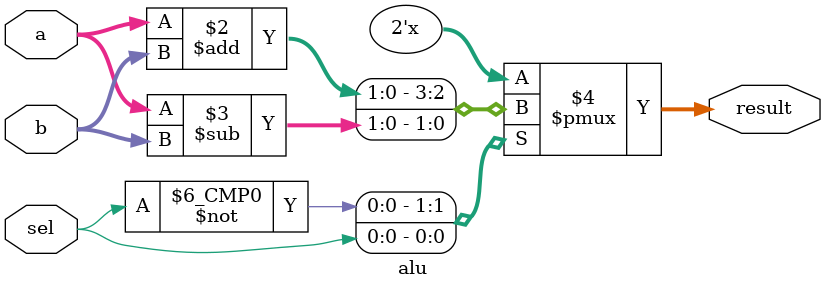
<source format=v>
module alu (
	input [1:0] a , 
	input [1:0] b ,
	input sel ,
	output reg [1:0] result
);

	always @(*) begin 
		case (sel)
			1'b0 : result = a + b ;
			1'b1 : result = a - b ;
		endcase
	end
endmodule

</source>
